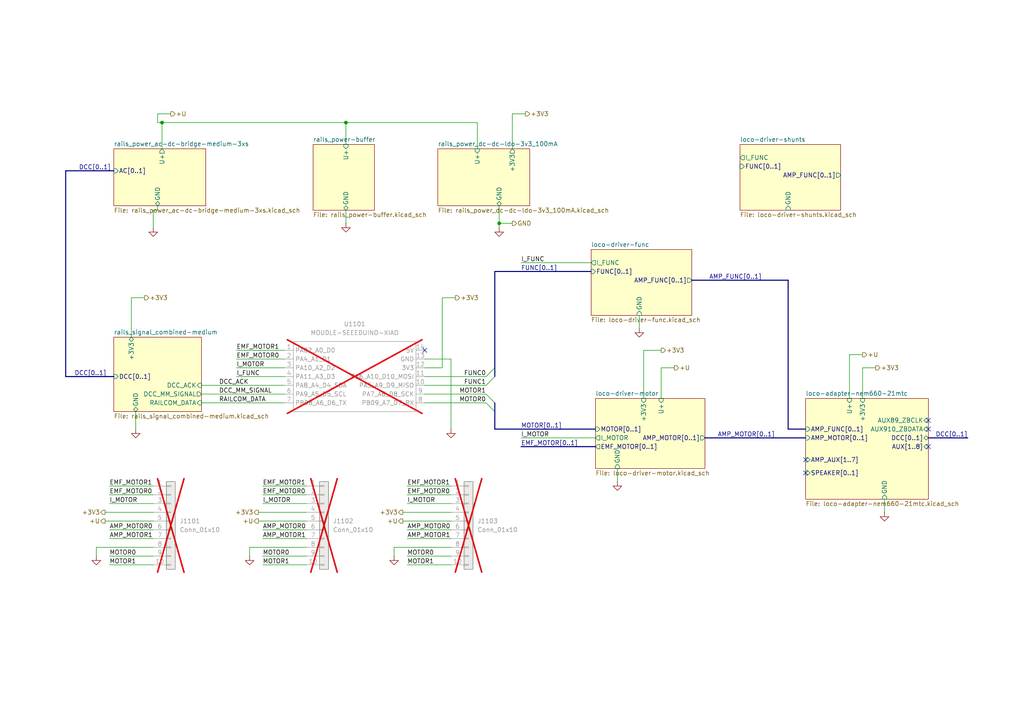
<source format=kicad_sch>
(kicad_sch
	(version 20231120)
	(generator "eeschema")
	(generator_version "8.0")
	(uuid "fb33ec4e-6596-45d2-a121-8d3475acd69a")
	(paper "A4")
	(title_block
		(title "xDuinoRail - RailcomDecoder - Development Kit \"Hermes\"")
		(date "2024-12-16")
		(rev "v0.1")
		(company "Chatelain Engineering, Bern - CH")
	)
	(lib_symbols
		(symbol "Connector_Generic:Conn_01x10"
			(pin_names
				(offset 1.016) hide)
			(exclude_from_sim no)
			(in_bom yes)
			(on_board yes)
			(property "Reference" "J"
				(at 0 12.7 0)
				(effects
					(font
						(size 1.27 1.27)
					)
				)
			)
			(property "Value" "Conn_01x10"
				(at 0 -15.24 0)
				(effects
					(font
						(size 1.27 1.27)
					)
				)
			)
			(property "Footprint" ""
				(at 0 0 0)
				(effects
					(font
						(size 1.27 1.27)
					)
					(hide yes)
				)
			)
			(property "Datasheet" "~"
				(at 0 0 0)
				(effects
					(font
						(size 1.27 1.27)
					)
					(hide yes)
				)
			)
			(property "Description" "Generic connector, single row, 01x10, script generated (kicad-library-utils/schlib/autogen/connector/)"
				(at 0 0 0)
				(effects
					(font
						(size 1.27 1.27)
					)
					(hide yes)
				)
			)
			(property "ki_keywords" "connector"
				(at 0 0 0)
				(effects
					(font
						(size 1.27 1.27)
					)
					(hide yes)
				)
			)
			(property "ki_fp_filters" "Connector*:*_1x??_*"
				(at 0 0 0)
				(effects
					(font
						(size 1.27 1.27)
					)
					(hide yes)
				)
			)
			(symbol "Conn_01x10_1_1"
				(rectangle
					(start -1.27 -12.573)
					(end 0 -12.827)
					(stroke
						(width 0.1524)
						(type default)
					)
					(fill
						(type none)
					)
				)
				(rectangle
					(start -1.27 -10.033)
					(end 0 -10.287)
					(stroke
						(width 0.1524)
						(type default)
					)
					(fill
						(type none)
					)
				)
				(rectangle
					(start -1.27 -7.493)
					(end 0 -7.747)
					(stroke
						(width 0.1524)
						(type default)
					)
					(fill
						(type none)
					)
				)
				(rectangle
					(start -1.27 -4.953)
					(end 0 -5.207)
					(stroke
						(width 0.1524)
						(type default)
					)
					(fill
						(type none)
					)
				)
				(rectangle
					(start -1.27 -2.413)
					(end 0 -2.667)
					(stroke
						(width 0.1524)
						(type default)
					)
					(fill
						(type none)
					)
				)
				(rectangle
					(start -1.27 0.127)
					(end 0 -0.127)
					(stroke
						(width 0.1524)
						(type default)
					)
					(fill
						(type none)
					)
				)
				(rectangle
					(start -1.27 2.667)
					(end 0 2.413)
					(stroke
						(width 0.1524)
						(type default)
					)
					(fill
						(type none)
					)
				)
				(rectangle
					(start -1.27 5.207)
					(end 0 4.953)
					(stroke
						(width 0.1524)
						(type default)
					)
					(fill
						(type none)
					)
				)
				(rectangle
					(start -1.27 7.747)
					(end 0 7.493)
					(stroke
						(width 0.1524)
						(type default)
					)
					(fill
						(type none)
					)
				)
				(rectangle
					(start -1.27 10.287)
					(end 0 10.033)
					(stroke
						(width 0.1524)
						(type default)
					)
					(fill
						(type none)
					)
				)
				(rectangle
					(start -1.27 11.43)
					(end 1.27 -13.97)
					(stroke
						(width 0.254)
						(type default)
					)
					(fill
						(type background)
					)
				)
				(pin passive line
					(at -5.08 10.16 0)
					(length 3.81)
					(name "Pin_1"
						(effects
							(font
								(size 1.27 1.27)
							)
						)
					)
					(number "1"
						(effects
							(font
								(size 1.27 1.27)
							)
						)
					)
				)
				(pin passive line
					(at -5.08 -12.7 0)
					(length 3.81)
					(name "Pin_10"
						(effects
							(font
								(size 1.27 1.27)
							)
						)
					)
					(number "10"
						(effects
							(font
								(size 1.27 1.27)
							)
						)
					)
				)
				(pin passive line
					(at -5.08 7.62 0)
					(length 3.81)
					(name "Pin_2"
						(effects
							(font
								(size 1.27 1.27)
							)
						)
					)
					(number "2"
						(effects
							(font
								(size 1.27 1.27)
							)
						)
					)
				)
				(pin passive line
					(at -5.08 5.08 0)
					(length 3.81)
					(name "Pin_3"
						(effects
							(font
								(size 1.27 1.27)
							)
						)
					)
					(number "3"
						(effects
							(font
								(size 1.27 1.27)
							)
						)
					)
				)
				(pin passive line
					(at -5.08 2.54 0)
					(length 3.81)
					(name "Pin_4"
						(effects
							(font
								(size 1.27 1.27)
							)
						)
					)
					(number "4"
						(effects
							(font
								(size 1.27 1.27)
							)
						)
					)
				)
				(pin passive line
					(at -5.08 0 0)
					(length 3.81)
					(name "Pin_5"
						(effects
							(font
								(size 1.27 1.27)
							)
						)
					)
					(number "5"
						(effects
							(font
								(size 1.27 1.27)
							)
						)
					)
				)
				(pin passive line
					(at -5.08 -2.54 0)
					(length 3.81)
					(name "Pin_6"
						(effects
							(font
								(size 1.27 1.27)
							)
						)
					)
					(number "6"
						(effects
							(font
								(size 1.27 1.27)
							)
						)
					)
				)
				(pin passive line
					(at -5.08 -5.08 0)
					(length 3.81)
					(name "Pin_7"
						(effects
							(font
								(size 1.27 1.27)
							)
						)
					)
					(number "7"
						(effects
							(font
								(size 1.27 1.27)
							)
						)
					)
				)
				(pin passive line
					(at -5.08 -7.62 0)
					(length 3.81)
					(name "Pin_8"
						(effects
							(font
								(size 1.27 1.27)
							)
						)
					)
					(number "8"
						(effects
							(font
								(size 1.27 1.27)
							)
						)
					)
				)
				(pin passive line
					(at -5.08 -10.16 0)
					(length 3.81)
					(name "Pin_9"
						(effects
							(font
								(size 1.27 1.27)
							)
						)
					)
					(number "9"
						(effects
							(font
								(size 1.27 1.27)
							)
						)
					)
				)
			)
		)
		(symbol "Seeeduino-Xiao:MOUDLE-SEEEDUINO-XIAO"
			(exclude_from_sim no)
			(in_bom yes)
			(on_board yes)
			(property "Reference" "U"
				(at -16.51 11.43 0)
				(effects
					(font
						(size 1.27 1.27)
					)
				)
			)
			(property "Value" "MOUDLE-SEEEDUINO-XIAO"
				(at -3.81 -11.43 0)
				(effects
					(font
						(size 1.27 1.27)
					)
				)
			)
			(property "Footprint" ""
				(at -16.51 2.54 0)
				(effects
					(font
						(size 1.27 1.27)
					)
					(hide yes)
				)
			)
			(property "Datasheet" ""
				(at -16.51 2.54 0)
				(effects
					(font
						(size 1.27 1.27)
					)
					(hide yes)
				)
			)
			(property "Description" ""
				(at 0 0 0)
				(effects
					(font
						(size 1.27 1.27)
					)
					(hide yes)
				)
			)
			(symbol "MOUDLE-SEEEDUINO-XIAO_0_1"
				(rectangle
					(start -16.51 10.16)
					(end 19.05 -10.16)
					(stroke
						(width 0)
						(type default)
					)
					(fill
						(type none)
					)
				)
			)
			(symbol "MOUDLE-SEEEDUINO-XIAO_1_1"
				(pin passive line
					(at -19.05 7.62 0)
					(length 2.54)
					(name "PA02_A0_D0"
						(effects
							(font
								(size 1.27 1.27)
							)
						)
					)
					(number "1"
						(effects
							(font
								(size 1.27 1.27)
							)
						)
					)
				)
				(pin passive line
					(at 21.59 -2.54 180)
					(length 2.54)
					(name "PA5_A9_D9_MISO"
						(effects
							(font
								(size 1.27 1.27)
							)
						)
					)
					(number "10"
						(effects
							(font
								(size 1.27 1.27)
							)
						)
					)
				)
				(pin passive line
					(at 21.59 0 180)
					(length 2.54)
					(name "PA6_A10_D10_MOSI"
						(effects
							(font
								(size 1.27 1.27)
							)
						)
					)
					(number "11"
						(effects
							(font
								(size 1.27 1.27)
							)
						)
					)
				)
				(pin passive line
					(at 21.59 2.54 180)
					(length 2.54)
					(name "3V3"
						(effects
							(font
								(size 1.27 1.27)
							)
						)
					)
					(number "12"
						(effects
							(font
								(size 1.27 1.27)
							)
						)
					)
				)
				(pin passive line
					(at 21.59 5.08 180)
					(length 2.54)
					(name "GND"
						(effects
							(font
								(size 1.27 1.27)
							)
						)
					)
					(number "13"
						(effects
							(font
								(size 1.27 1.27)
							)
						)
					)
				)
				(pin passive line
					(at 21.59 7.62 180)
					(length 2.54)
					(name "5V"
						(effects
							(font
								(size 1.27 1.27)
							)
						)
					)
					(number "14"
						(effects
							(font
								(size 1.27 1.27)
							)
						)
					)
				)
				(pin passive line
					(at -19.05 5.08 0)
					(length 2.54)
					(name "PA4_A1_D1"
						(effects
							(font
								(size 1.27 1.27)
							)
						)
					)
					(number "2"
						(effects
							(font
								(size 1.27 1.27)
							)
						)
					)
				)
				(pin passive line
					(at -19.05 2.54 0)
					(length 2.54)
					(name "PA10_A2_D2"
						(effects
							(font
								(size 1.27 1.27)
							)
						)
					)
					(number "3"
						(effects
							(font
								(size 1.27 1.27)
							)
						)
					)
				)
				(pin passive line
					(at -19.05 0 0)
					(length 2.54)
					(name "PA11_A3_D3"
						(effects
							(font
								(size 1.27 1.27)
							)
						)
					)
					(number "4"
						(effects
							(font
								(size 1.27 1.27)
							)
						)
					)
				)
				(pin passive line
					(at -19.05 -2.54 0)
					(length 2.54)
					(name "PA8_A4_D4_SDA"
						(effects
							(font
								(size 1.27 1.27)
							)
						)
					)
					(number "5"
						(effects
							(font
								(size 1.27 1.27)
							)
						)
					)
				)
				(pin passive line
					(at -19.05 -5.08 0)
					(length 2.54)
					(name "PA9_A5_D5_SCL"
						(effects
							(font
								(size 1.27 1.27)
							)
						)
					)
					(number "6"
						(effects
							(font
								(size 1.27 1.27)
							)
						)
					)
				)
				(pin passive line
					(at -19.05 -7.62 0)
					(length 2.54)
					(name "PB08_A6_D6_TX"
						(effects
							(font
								(size 1.27 1.27)
							)
						)
					)
					(number "7"
						(effects
							(font
								(size 1.27 1.27)
							)
						)
					)
				)
				(pin passive line
					(at 21.59 -7.62 180)
					(length 2.54)
					(name "PB09_A7_D7_RX"
						(effects
							(font
								(size 1.27 1.27)
							)
						)
					)
					(number "8"
						(effects
							(font
								(size 1.27 1.27)
							)
						)
					)
				)
				(pin passive line
					(at 21.59 -5.08 180)
					(length 2.54)
					(name "PA7_A8_D8_SCK"
						(effects
							(font
								(size 1.27 1.27)
							)
						)
					)
					(number "9"
						(effects
							(font
								(size 1.27 1.27)
							)
						)
					)
				)
			)
		)
		(symbol "power:GND"
			(power)
			(pin_numbers hide)
			(pin_names
				(offset 0) hide)
			(exclude_from_sim no)
			(in_bom yes)
			(on_board yes)
			(property "Reference" "#PWR"
				(at 0 -6.35 0)
				(effects
					(font
						(size 1.27 1.27)
					)
					(hide yes)
				)
			)
			(property "Value" "GND"
				(at 0 -3.81 0)
				(effects
					(font
						(size 1.27 1.27)
					)
				)
			)
			(property "Footprint" ""
				(at 0 0 0)
				(effects
					(font
						(size 1.27 1.27)
					)
					(hide yes)
				)
			)
			(property "Datasheet" ""
				(at 0 0 0)
				(effects
					(font
						(size 1.27 1.27)
					)
					(hide yes)
				)
			)
			(property "Description" "Power symbol creates a global label with name \"GND\" , ground"
				(at 0 0 0)
				(effects
					(font
						(size 1.27 1.27)
					)
					(hide yes)
				)
			)
			(property "ki_keywords" "global power"
				(at 0 0 0)
				(effects
					(font
						(size 1.27 1.27)
					)
					(hide yes)
				)
			)
			(symbol "GND_0_1"
				(polyline
					(pts
						(xy 0 0) (xy 0 -1.27) (xy 1.27 -1.27) (xy 0 -2.54) (xy -1.27 -1.27) (xy 0 -1.27)
					)
					(stroke
						(width 0)
						(type default)
					)
					(fill
						(type none)
					)
				)
			)
			(symbol "GND_1_1"
				(pin power_in line
					(at 0 0 270)
					(length 0)
					(name "~"
						(effects
							(font
								(size 1.27 1.27)
							)
						)
					)
					(number "1"
						(effects
							(font
								(size 1.27 1.27)
							)
						)
					)
				)
			)
		)
	)
	(junction
		(at 144.78 64.77)
		(diameter 0)
		(color 0 0 0 0)
		(uuid "03cb3d72-e7f7-4f9d-afd7-d5ac17a62430")
	)
	(junction
		(at 100.33 35.56)
		(diameter 0)
		(color 0 0 0 0)
		(uuid "81eca67a-7715-48e6-8f7a-3a3423ac7302")
	)
	(junction
		(at 46.99 35.56)
		(diameter 0)
		(color 0 0 0 0)
		(uuid "a00dc6e8-2705-4d00-9659-51364b6bddb1")
	)
	(no_connect
		(at 269.24 124.46)
		(uuid "5e24bd05-dbba-473f-9873-856a941260fb")
	)
	(no_connect
		(at 233.68 137.16)
		(uuid "685b85f4-abd9-42ba-8bc6-79245acddb1c")
	)
	(no_connect
		(at 269.24 129.54)
		(uuid "9de9bee6-af86-4bb8-89e1-4e6e2052962c")
	)
	(no_connect
		(at 123.19 101.6)
		(uuid "9e6b625f-7364-4272-8f9a-e62ca058572e")
	)
	(no_connect
		(at 269.24 121.92)
		(uuid "a228adad-8f1c-476b-88ca-c5d87fcb90a0")
	)
	(no_connect
		(at 233.68 133.35)
		(uuid "d3516326-d189-495c-b48f-d5954edf9fd7")
	)
	(bus_entry
		(at 140.97 111.76)
		(size 2.54 -2.54)
		(stroke
			(width 0)
			(type default)
		)
		(uuid "57ca98dc-4922-41ca-8ed6-e86c7c907de0")
	)
	(bus_entry
		(at 140.97 116.84)
		(size 2.54 2.54)
		(stroke
			(width 0)
			(type default)
		)
		(uuid "970e247e-676c-4d83-92a0-c9f6c54143d7")
	)
	(bus_entry
		(at 140.97 114.3)
		(size 2.54 2.54)
		(stroke
			(width 0)
			(type default)
		)
		(uuid "9e4e6ede-d8b3-4aaa-856e-253e60c6f4b2")
	)
	(bus_entry
		(at 140.97 109.22)
		(size 2.54 -2.54)
		(stroke
			(width 0)
			(type default)
		)
		(uuid "b829c014-74a8-4337-91bf-5a6d1b6111d3")
	)
	(wire
		(pts
			(xy 250.19 106.68) (xy 250.19 115.57)
		)
		(stroke
			(width 0)
			(type default)
		)
		(uuid "051f5095-cf2f-4631-84eb-d4664c03d920")
	)
	(wire
		(pts
			(xy 151.13 76.2) (xy 171.45 76.2)
		)
		(stroke
			(width 0)
			(type default)
		)
		(uuid "06494082-c605-4287-ba92-2962ce98a7c3")
	)
	(wire
		(pts
			(xy 185.42 91.44) (xy 185.42 95.25)
		)
		(stroke
			(width 0)
			(type default)
		)
		(uuid "084eea27-4b40-4d34-8c80-8a8939f6439f")
	)
	(bus
		(pts
			(xy 228.6 124.46) (xy 228.6 81.28)
		)
		(stroke
			(width 0)
			(type default)
		)
		(uuid "09011095-4e5a-44a7-b103-7727d7b79b4f")
	)
	(wire
		(pts
			(xy 100.33 35.56) (xy 138.43 35.56)
		)
		(stroke
			(width 0)
			(type default)
		)
		(uuid "0a4f9797-11d5-403e-ab50-a13de15ed125")
	)
	(bus
		(pts
			(xy 233.68 124.46) (xy 228.6 124.46)
		)
		(stroke
			(width 0)
			(type default)
		)
		(uuid "0c06be48-bd8f-4a88-8798-c1882483fe08")
	)
	(wire
		(pts
			(xy 45.72 33.02) (xy 45.72 35.56)
		)
		(stroke
			(width 0)
			(type default)
		)
		(uuid "0e8f0e32-22e6-40a5-ab79-23194aa7abdf")
	)
	(wire
		(pts
			(xy 130.81 104.14) (xy 123.19 104.14)
		)
		(stroke
			(width 0)
			(type default)
		)
		(uuid "10cdd421-de57-4563-a899-80e258873f92")
	)
	(wire
		(pts
			(xy 49.53 33.02) (xy 45.72 33.02)
		)
		(stroke
			(width 0)
			(type default)
		)
		(uuid "11065c80-4a34-4cc7-ada5-bcc907a6f633")
	)
	(wire
		(pts
			(xy 144.78 64.77) (xy 144.78 66.04)
		)
		(stroke
			(width 0)
			(type default)
		)
		(uuid "1640299c-79d2-47f1-b630-a9b4f3a304ca")
	)
	(bus
		(pts
			(xy 143.51 106.68) (xy 143.51 78.74)
		)
		(stroke
			(width 0)
			(type default)
		)
		(uuid "1a5e617d-b1de-4fb1-91b1-1094082cff0f")
	)
	(bus
		(pts
			(xy 143.51 109.22) (xy 143.51 106.68)
		)
		(stroke
			(width 0)
			(type default)
		)
		(uuid "1c3bdcee-367a-4da7-b3e9-73ea84abcf4d")
	)
	(wire
		(pts
			(xy 179.07 135.89) (xy 179.07 139.7)
		)
		(stroke
			(width 0)
			(type default)
		)
		(uuid "20304231-80be-4599-8b67-01bbf0293200")
	)
	(wire
		(pts
			(xy 172.72 127) (xy 151.13 127)
		)
		(stroke
			(width 0)
			(type default)
		)
		(uuid "242f856a-c6d8-45d7-853d-5ce84ac9fda5")
	)
	(wire
		(pts
			(xy 45.72 60.96) (xy 45.72 59.69)
		)
		(stroke
			(width 0)
			(type default)
		)
		(uuid "246cd66d-50dd-41dd-8c99-0f3019632cb2")
	)
	(wire
		(pts
			(xy 130.81 143.51) (xy 118.11 143.51)
		)
		(stroke
			(width 0)
			(type default)
		)
		(uuid "258369cf-60ec-484b-9152-49dea0474b06")
	)
	(wire
		(pts
			(xy 130.81 161.29) (xy 118.11 161.29)
		)
		(stroke
			(width 0)
			(type default)
		)
		(uuid "2974ade9-2fe0-4f5e-b367-30f7933b6fa6")
	)
	(wire
		(pts
			(xy 31.75 146.05) (xy 44.45 146.05)
		)
		(stroke
			(width 0)
			(type default)
		)
		(uuid "2b3efd36-94b3-48cd-aa76-c7f89cc24745")
	)
	(wire
		(pts
			(xy 246.38 102.87) (xy 246.38 115.57)
		)
		(stroke
			(width 0)
			(type default)
		)
		(uuid "2d2f570f-d985-4df1-b100-f3cffaef12c4")
	)
	(bus
		(pts
			(xy 143.51 78.74) (xy 171.45 78.74)
		)
		(stroke
			(width 0)
			(type default)
		)
		(uuid "3245d2a3-de5b-48e8-a9b4-ca1df216e537")
	)
	(wire
		(pts
			(xy 140.97 109.22) (xy 123.19 109.22)
		)
		(stroke
			(width 0)
			(type default)
		)
		(uuid "35dacea5-534c-4e87-9031-076f1b37cc3f")
	)
	(wire
		(pts
			(xy 88.9 143.51) (xy 76.2 143.51)
		)
		(stroke
			(width 0)
			(type default)
		)
		(uuid "3680cba2-abdf-49bc-8227-3f3afab4747b")
	)
	(wire
		(pts
			(xy 118.11 140.97) (xy 130.81 140.97)
		)
		(stroke
			(width 0)
			(type default)
		)
		(uuid "38779d94-42af-4e4d-96ef-6ecf76220a11")
	)
	(bus
		(pts
			(xy 19.05 49.53) (xy 19.05 109.22)
		)
		(stroke
			(width 0)
			(type default)
		)
		(uuid "3a983569-b37c-4943-a42a-ccaa98069766")
	)
	(wire
		(pts
			(xy 148.59 33.02) (xy 152.4 33.02)
		)
		(stroke
			(width 0)
			(type default)
		)
		(uuid "3ea1aea7-7984-4ac1-9397-766ae2151c04")
	)
	(wire
		(pts
			(xy 88.9 153.67) (xy 76.2 153.67)
		)
		(stroke
			(width 0)
			(type default)
		)
		(uuid "46c8d65c-b0a3-4da1-af20-92ef2f33ebbb")
	)
	(wire
		(pts
			(xy 68.58 106.68) (xy 82.55 106.68)
		)
		(stroke
			(width 0)
			(type default)
		)
		(uuid "47fa1c5b-66ce-4fbc-8b89-913a26fde43a")
	)
	(wire
		(pts
			(xy 76.2 156.21) (xy 88.9 156.21)
		)
		(stroke
			(width 0)
			(type default)
		)
		(uuid "4c9f3788-5318-489c-b84d-ee20297adfa6")
	)
	(wire
		(pts
			(xy 46.99 35.56) (xy 46.99 43.18)
		)
		(stroke
			(width 0)
			(type default)
		)
		(uuid "4cb47f77-5246-415c-8656-fb46f6a278e2")
	)
	(wire
		(pts
			(xy 256.54 144.78) (xy 256.54 148.59)
		)
		(stroke
			(width 0)
			(type default)
		)
		(uuid "4eb736fe-4fa1-4b4a-b3f6-7410d187b161")
	)
	(wire
		(pts
			(xy 148.59 64.77) (xy 144.78 64.77)
		)
		(stroke
			(width 0)
			(type default)
		)
		(uuid "5311f26b-5b41-4d7f-b5d3-095de953cac5")
	)
	(wire
		(pts
			(xy 72.39 161.29) (xy 72.39 158.75)
		)
		(stroke
			(width 0)
			(type default)
		)
		(uuid "53a8c1b0-fc8e-48df-a5df-2ee499f88843")
	)
	(wire
		(pts
			(xy 27.94 161.29) (xy 27.94 158.75)
		)
		(stroke
			(width 0)
			(type default)
		)
		(uuid "589e45d2-6a7b-4a39-ae7f-e2cbe4d9be7d")
	)
	(wire
		(pts
			(xy 58.42 114.3) (xy 82.55 114.3)
		)
		(stroke
			(width 0)
			(type default)
		)
		(uuid "5a6861ef-3a0f-4b39-bf2c-59bc5a5c0898")
	)
	(wire
		(pts
			(xy 30.48 151.13) (xy 44.45 151.13)
		)
		(stroke
			(width 0)
			(type default)
		)
		(uuid "5ac00aed-938b-4263-840e-a1ee88cc8e4b")
	)
	(wire
		(pts
			(xy 44.45 143.51) (xy 31.75 143.51)
		)
		(stroke
			(width 0)
			(type default)
		)
		(uuid "64326803-cb7d-4519-8ac5-0250dce7fe6f")
	)
	(wire
		(pts
			(xy 31.75 156.21) (xy 44.45 156.21)
		)
		(stroke
			(width 0)
			(type default)
		)
		(uuid "6c473543-1657-4afe-bedc-ebabb1b3f665")
	)
	(wire
		(pts
			(xy 118.11 156.21) (xy 130.81 156.21)
		)
		(stroke
			(width 0)
			(type default)
		)
		(uuid "6c614bf9-2983-4a57-aa8a-268704560c54")
	)
	(wire
		(pts
			(xy 31.75 140.97) (xy 44.45 140.97)
		)
		(stroke
			(width 0)
			(type default)
		)
		(uuid "6d621164-eb6c-4b2f-ad62-efb23fadeb23")
	)
	(wire
		(pts
			(xy 76.2 140.97) (xy 88.9 140.97)
		)
		(stroke
			(width 0)
			(type default)
		)
		(uuid "706269e3-9043-4bdc-82ef-69c258848a09")
	)
	(wire
		(pts
			(xy 74.93 148.59) (xy 88.9 148.59)
		)
		(stroke
			(width 0)
			(type default)
		)
		(uuid "7302e577-4856-45fd-b394-3ba3c2d6b052")
	)
	(bus
		(pts
			(xy 151.13 129.54) (xy 172.72 129.54)
		)
		(stroke
			(width 0)
			(type default)
		)
		(uuid "73f0cf84-a729-4bd7-a53e-950b1b773001")
	)
	(wire
		(pts
			(xy 118.11 146.05) (xy 130.81 146.05)
		)
		(stroke
			(width 0)
			(type default)
		)
		(uuid "75396227-b07f-4eda-871d-4a803246e2d8")
	)
	(wire
		(pts
			(xy 46.99 35.56) (xy 100.33 35.56)
		)
		(stroke
			(width 0)
			(type default)
		)
		(uuid "76a3f82d-2f24-4e03-9745-3aba5730e64a")
	)
	(wire
		(pts
			(xy 123.19 116.84) (xy 140.97 116.84)
		)
		(stroke
			(width 0)
			(type default)
		)
		(uuid "7ceb074a-566f-4992-8464-a76b210528fb")
	)
	(wire
		(pts
			(xy 195.58 106.68) (xy 191.77 106.68)
		)
		(stroke
			(width 0)
			(type default)
		)
		(uuid "7ecf75a9-2231-4528-be06-a31cc7c54634")
	)
	(wire
		(pts
			(xy 254 106.68) (xy 250.19 106.68)
		)
		(stroke
			(width 0)
			(type default)
		)
		(uuid "8167276f-f864-4ca8-913f-971be874792c")
	)
	(bus
		(pts
			(xy 19.05 49.53) (xy 33.02 49.53)
		)
		(stroke
			(width 0)
			(type default)
		)
		(uuid "8464c174-482b-4313-bea1-05cbbdb15944")
	)
	(wire
		(pts
			(xy 44.45 163.83) (xy 31.75 163.83)
		)
		(stroke
			(width 0)
			(type default)
		)
		(uuid "846de012-5e90-4eb4-959d-53da96d688de")
	)
	(wire
		(pts
			(xy 82.55 104.14) (xy 68.58 104.14)
		)
		(stroke
			(width 0)
			(type default)
		)
		(uuid "8abaa293-8327-4cb8-b549-34c1b8f9a5b8")
	)
	(wire
		(pts
			(xy 58.42 111.76) (xy 82.55 111.76)
		)
		(stroke
			(width 0)
			(type default)
		)
		(uuid "920c872e-9b31-4761-92c9-e2b402a0ac1a")
	)
	(wire
		(pts
			(xy 72.39 158.75) (xy 88.9 158.75)
		)
		(stroke
			(width 0)
			(type default)
		)
		(uuid "9588e14d-cc6e-4c81-9404-33eb4be697de")
	)
	(wire
		(pts
			(xy 138.43 35.56) (xy 138.43 43.18)
		)
		(stroke
			(width 0)
			(type default)
		)
		(uuid "97521b3b-5dc4-48f6-a3fd-474fbafaae42")
	)
	(wire
		(pts
			(xy 123.19 114.3) (xy 140.97 114.3)
		)
		(stroke
			(width 0)
			(type default)
		)
		(uuid "9d3efcd3-2330-4fc0-a3b7-e6e1a0cd5ac9")
	)
	(wire
		(pts
			(xy 130.81 104.14) (xy 130.81 124.46)
		)
		(stroke
			(width 0)
			(type default)
		)
		(uuid "9e086785-cfcd-4818-99f4-76e27b726b6a")
	)
	(wire
		(pts
			(xy 76.2 146.05) (xy 88.9 146.05)
		)
		(stroke
			(width 0)
			(type default)
		)
		(uuid "a09eb77b-824d-4f5a-80e1-6cea58b59063")
	)
	(wire
		(pts
			(xy 250.19 102.87) (xy 246.38 102.87)
		)
		(stroke
			(width 0)
			(type default)
		)
		(uuid "a0cb69fb-b1b8-4d3f-a7a9-b6db22d64a46")
	)
	(wire
		(pts
			(xy 116.84 151.13) (xy 130.81 151.13)
		)
		(stroke
			(width 0)
			(type default)
		)
		(uuid "a147412c-6db6-4e86-a2d9-d4e87eaa4d34")
	)
	(wire
		(pts
			(xy 82.55 101.6) (xy 68.58 101.6)
		)
		(stroke
			(width 0)
			(type default)
		)
		(uuid "a4b42c74-95a0-4e0e-9598-a532b954138f")
	)
	(wire
		(pts
			(xy 41.91 86.36) (xy 38.1 86.36)
		)
		(stroke
			(width 0)
			(type default)
		)
		(uuid "a4d2cab4-02f8-447c-bc48-8a87b4279855")
	)
	(bus
		(pts
			(xy 143.51 124.46) (xy 172.72 124.46)
		)
		(stroke
			(width 0)
			(type default)
		)
		(uuid "a5bac78f-8d8e-437f-a69e-61109adcea32")
	)
	(bus
		(pts
			(xy 280.67 127) (xy 269.24 127)
		)
		(stroke
			(width 0)
			(type default)
		)
		(uuid "a8778d71-bd59-4ff5-94f7-ffaed0a893c0")
	)
	(wire
		(pts
			(xy 44.45 60.96) (xy 44.45 66.04)
		)
		(stroke
			(width 0)
			(type default)
		)
		(uuid "a91a0ecf-918a-43cf-96aa-0cf004d92f45")
	)
	(wire
		(pts
			(xy 186.69 101.6) (xy 186.69 115.57)
		)
		(stroke
			(width 0)
			(type default)
		)
		(uuid "a9a40b65-3968-4dbd-8b32-f35ba13ad68a")
	)
	(wire
		(pts
			(xy 100.33 64.77) (xy 100.33 60.96)
		)
		(stroke
			(width 0)
			(type default)
		)
		(uuid "acea8535-f92c-469f-9861-dacafd4485e4")
	)
	(wire
		(pts
			(xy 74.93 151.13) (xy 88.9 151.13)
		)
		(stroke
			(width 0)
			(type default)
		)
		(uuid "b1de5112-e461-4c5e-bc60-d3cc9ce0048e")
	)
	(wire
		(pts
			(xy 132.08 86.36) (xy 128.27 86.36)
		)
		(stroke
			(width 0)
			(type default)
		)
		(uuid "b55ad87f-1595-47e4-aa87-d3682a8d3297")
	)
	(wire
		(pts
			(xy 44.45 153.67) (xy 31.75 153.67)
		)
		(stroke
			(width 0)
			(type default)
		)
		(uuid "b5cf0392-26bf-4f8a-94e0-e8ac863f063f")
	)
	(bus
		(pts
			(xy 19.05 109.22) (xy 33.02 109.22)
		)
		(stroke
			(width 0)
			(type default)
		)
		(uuid "ba5813bd-46c2-444e-9692-b72aad552ff8")
	)
	(wire
		(pts
			(xy 39.37 119.38) (xy 39.37 124.46)
		)
		(stroke
			(width 0)
			(type default)
		)
		(uuid "bd3ba756-47bb-4ee7-b171-a90796e47179")
	)
	(bus
		(pts
			(xy 200.66 81.28) (xy 228.6 81.28)
		)
		(stroke
			(width 0)
			(type default)
		)
		(uuid "be00532f-99a2-4c01-a48e-b834bbd69824")
	)
	(wire
		(pts
			(xy 58.42 116.84) (xy 82.55 116.84)
		)
		(stroke
			(width 0)
			(type default)
		)
		(uuid "c0d2d010-1fab-407c-8241-dffc829fbf7b")
	)
	(wire
		(pts
			(xy 128.27 86.36) (xy 128.27 106.68)
		)
		(stroke
			(width 0)
			(type default)
		)
		(uuid "c82f6978-cc81-4692-8956-bafdf862882e")
	)
	(wire
		(pts
			(xy 114.3 158.75) (xy 130.81 158.75)
		)
		(stroke
			(width 0)
			(type default)
		)
		(uuid "c9fb254a-390b-41e3-91a1-da8d45d2296b")
	)
	(wire
		(pts
			(xy 38.1 86.36) (xy 38.1 97.79)
		)
		(stroke
			(width 0)
			(type default)
		)
		(uuid "cd6c9e2f-a38b-4b34-8163-f454b816bf79")
	)
	(wire
		(pts
			(xy 100.33 35.56) (xy 100.33 41.91)
		)
		(stroke
			(width 0)
			(type default)
		)
		(uuid "d32f9078-2759-4a9e-8ae5-31bb4be648ec")
	)
	(wire
		(pts
			(xy 130.81 163.83) (xy 118.11 163.83)
		)
		(stroke
			(width 0)
			(type default)
		)
		(uuid "d4385120-f4fb-4e87-a1a4-917628e28280")
	)
	(bus
		(pts
			(xy 143.51 116.84) (xy 143.51 119.38)
		)
		(stroke
			(width 0)
			(type default)
		)
		(uuid "d7110aef-8d87-43c6-8706-1880baa19acb")
	)
	(bus
		(pts
			(xy 143.51 119.38) (xy 143.51 124.46)
		)
		(stroke
			(width 0)
			(type default)
		)
		(uuid "d86451ad-9b7c-4e44-8d9c-0c526074119a")
	)
	(wire
		(pts
			(xy 191.77 101.6) (xy 186.69 101.6)
		)
		(stroke
			(width 0)
			(type default)
		)
		(uuid "d88cb17c-9bb3-457b-a7b9-529293c0912d")
	)
	(wire
		(pts
			(xy 88.9 163.83) (xy 76.2 163.83)
		)
		(stroke
			(width 0)
			(type default)
		)
		(uuid "d95650a8-05ad-4e61-b254-07f29c4b929c")
	)
	(wire
		(pts
			(xy 191.77 106.68) (xy 191.77 115.57)
		)
		(stroke
			(width 0)
			(type default)
		)
		(uuid "ded69252-5918-4bbf-97ee-1c8021876e48")
	)
	(wire
		(pts
			(xy 27.94 158.75) (xy 44.45 158.75)
		)
		(stroke
			(width 0)
			(type default)
		)
		(uuid "df0e07b7-bb29-4e19-91d0-adc04cd324d7")
	)
	(bus
		(pts
			(xy 204.47 127) (xy 233.68 127)
		)
		(stroke
			(width 0)
			(type default)
		)
		(uuid "e06ff3b4-14d1-4a2f-a0dc-1f42aeef387d")
	)
	(wire
		(pts
			(xy 144.78 59.69) (xy 144.78 64.77)
		)
		(stroke
			(width 0)
			(type default)
		)
		(uuid "e3d30e35-b023-4870-a946-a26c896dd44d")
	)
	(wire
		(pts
			(xy 114.3 161.29) (xy 114.3 158.75)
		)
		(stroke
			(width 0)
			(type default)
		)
		(uuid "e585c7ac-8c24-4c64-a058-680e88c95fdd")
	)
	(wire
		(pts
			(xy 46.99 35.56) (xy 45.72 35.56)
		)
		(stroke
			(width 0)
			(type default)
		)
		(uuid "e6c4629e-db13-4167-84b4-35472e51ab11")
	)
	(wire
		(pts
			(xy 44.45 161.29) (xy 31.75 161.29)
		)
		(stroke
			(width 0)
			(type default)
		)
		(uuid "e9b56b56-e6fa-4422-84b3-5b67ba17af5d")
	)
	(wire
		(pts
			(xy 148.59 33.02) (xy 148.59 43.18)
		)
		(stroke
			(width 0)
			(type default)
		)
		(uuid "f0469cbb-b55b-4dd3-b24e-382ad3d57704")
	)
	(wire
		(pts
			(xy 30.48 148.59) (xy 44.45 148.59)
		)
		(stroke
			(width 0)
			(type default)
		)
		(uuid "f2f26da4-28ea-4b46-b2ec-6a890ae5320c")
	)
	(wire
		(pts
			(xy 130.81 153.67) (xy 118.11 153.67)
		)
		(stroke
			(width 0)
			(type default)
		)
		(uuid "f4e61ccc-49bf-4074-b168-3d0f02fc3ba2")
	)
	(wire
		(pts
			(xy 116.84 148.59) (xy 130.81 148.59)
		)
		(stroke
			(width 0)
			(type default)
		)
		(uuid "f8c2ba4a-b32c-485c-9f15-031da12ed590")
	)
	(wire
		(pts
			(xy 128.27 106.68) (xy 123.19 106.68)
		)
		(stroke
			(width 0)
			(type default)
		)
		(uuid "f8fab929-2885-4077-85e4-6db0e73f6f07")
	)
	(wire
		(pts
			(xy 140.97 111.76) (xy 123.19 111.76)
		)
		(stroke
			(width 0)
			(type default)
		)
		(uuid "f91cea9b-2980-4c93-aedd-d27e25786a95")
	)
	(wire
		(pts
			(xy 88.9 161.29) (xy 76.2 161.29)
		)
		(stroke
			(width 0)
			(type default)
		)
		(uuid "fdb88739-9723-41e3-8286-b7bd3652162d")
	)
	(wire
		(pts
			(xy 45.72 60.96) (xy 44.45 60.96)
		)
		(stroke
			(width 0)
			(type default)
		)
		(uuid "feb65581-4178-4fe6-846d-d93c3a1a8f49")
	)
	(wire
		(pts
			(xy 68.58 109.22) (xy 82.55 109.22)
		)
		(stroke
			(width 0)
			(type default)
		)
		(uuid "fff87d46-fd2c-4cf7-9669-9137c95cb9b5")
	)
	(label "MOTOR0"
		(at 140.97 116.84 180)
		(effects
			(font
				(size 1.27 1.27)
			)
			(justify right bottom)
		)
		(uuid "05a86542-cdfb-42e8-b30c-5667e74d7c57")
	)
	(label "EMF_MOTOR1"
		(at 31.75 140.97 0)
		(effects
			(font
				(size 1.27 1.27)
			)
			(justify left bottom)
		)
		(uuid "06c3d082-793b-4f53-aebc-b860566d6b86")
	)
	(label "MOTOR1"
		(at 118.11 163.83 0)
		(effects
			(font
				(size 1.27 1.27)
			)
			(justify left bottom)
		)
		(uuid "0ad356bf-90b4-4e5a-8b8a-08a93a25ab55")
	)
	(label "EMF_MOTOR0"
		(at 118.11 143.51 0)
		(effects
			(font
				(size 1.27 1.27)
			)
			(justify left bottom)
		)
		(uuid "0ca338bd-07df-40dd-896e-07c5aeef2e1c")
	)
	(label "DCC_MM_SIGNAL"
		(at 63.5 114.3 0)
		(effects
			(font
				(size 1.27 1.27)
			)
			(justify left bottom)
		)
		(uuid "10fec8c0-740f-4b95-8350-272bd70b8e4c")
	)
	(label "I_FUNC"
		(at 68.58 109.22 0)
		(effects
			(font
				(size 1.27 1.27)
			)
			(justify left bottom)
		)
		(uuid "12e4dc70-ab2f-4e65-b82a-3420a11e5f3d")
	)
	(label "AMP_MOTOR1"
		(at 31.75 156.21 0)
		(effects
			(font
				(size 1.27 1.27)
			)
			(justify left bottom)
		)
		(uuid "13694400-897f-4170-aca5-9ee7e751cc49")
	)
	(label "AMP_MOTOR1"
		(at 76.2 156.21 0)
		(effects
			(font
				(size 1.27 1.27)
			)
			(justify left bottom)
		)
		(uuid "13dbafd6-ec73-4dfa-bc2c-782da738f88a")
	)
	(label "EMF_MOTOR0"
		(at 76.2 143.51 0)
		(effects
			(font
				(size 1.27 1.27)
			)
			(justify left bottom)
		)
		(uuid "2db2a763-4930-4b43-b003-0b50ca09993e")
	)
	(label "AMP_FUNC[0..1]"
		(at 220.98 81.28 180)
		(effects
			(font
				(size 1.27 1.27)
			)
			(justify right bottom)
		)
		(uuid "330c9574-a524-477d-9b40-6883f3b5eef6")
	)
	(label "I_FUNC"
		(at 151.13 76.2 0)
		(effects
			(font
				(size 1.27 1.27)
			)
			(justify left bottom)
		)
		(uuid "3820b877-c516-4dda-8df3-68ec328c6603")
	)
	(label "EMF_MOTOR[0..1]"
		(at 151.13 129.54 0)
		(effects
			(font
				(size 1.27 1.27)
			)
			(justify left bottom)
		)
		(uuid "3fdc7e19-188b-44fa-8d57-0d1d81742163")
	)
	(label "AMP_MOTOR0"
		(at 31.75 153.67 0)
		(effects
			(font
				(size 1.27 1.27)
			)
			(justify left bottom)
		)
		(uuid "44d286bd-4f34-4bff-9ce0-edb286b71106")
	)
	(label "DCC[0..1]"
		(at 280.67 127 180)
		(effects
			(font
				(size 1.27 1.27)
			)
			(justify right bottom)
		)
		(uuid "5eac71cb-f3f9-47fb-87ff-735bb504d963")
	)
	(label "MOTOR0"
		(at 76.2 161.29 0)
		(effects
			(font
				(size 1.27 1.27)
			)
			(justify left bottom)
		)
		(uuid "71b640a2-2492-4a08-833e-21a14b04c56a")
	)
	(label "EMF_MOTOR1"
		(at 118.11 140.97 0)
		(effects
			(font
				(size 1.27 1.27)
			)
			(justify left bottom)
		)
		(uuid "73f985eb-0277-472d-89e0-f280bcd145d2")
	)
	(label "AMP_MOTOR1"
		(at 118.11 156.21 0)
		(effects
			(font
				(size 1.27 1.27)
			)
			(justify left bottom)
		)
		(uuid "75eba8b9-879e-453b-8a7b-d189ccac5c88")
	)
	(label "FUNC0"
		(at 140.97 109.22 180)
		(effects
			(font
				(size 1.27 1.27)
			)
			(justify right bottom)
		)
		(uuid "79a223f2-7126-4643-bb35-c4e577694118")
	)
	(label "AMP_MOTOR[0..1]"
		(at 224.79 127 180)
		(effects
			(font
				(size 1.27 1.27)
			)
			(justify right bottom)
		)
		(uuid "7f9f4fb2-a459-4554-8f73-7b30bb38114b")
	)
	(label "EMF_MOTOR1"
		(at 68.58 101.6 0)
		(effects
			(font
				(size 1.27 1.27)
			)
			(justify left bottom)
		)
		(uuid "8939d8b1-10fc-4e17-a7c1-ff34bed9433d")
	)
	(label "EMF_MOTOR0"
		(at 31.75 143.51 0)
		(effects
			(font
				(size 1.27 1.27)
			)
			(justify left bottom)
		)
		(uuid "89fb4eca-a526-4749-a883-fe8cb5ab6dfb")
	)
	(label "I_MOTOR"
		(at 68.58 106.68 0)
		(effects
			(font
				(size 1.27 1.27)
			)
			(justify left bottom)
		)
		(uuid "8a28548c-238b-4a76-a73b-38a9df3bc9a3")
	)
	(label "MOTOR0"
		(at 118.11 161.29 0)
		(effects
			(font
				(size 1.27 1.27)
			)
			(justify left bottom)
		)
		(uuid "8a90de2a-95f5-4ab5-af77-1b1914849f2d")
	)
	(label "DCC[0..1]"
		(at 21.59 109.22 0)
		(effects
			(font
				(size 1.27 1.27)
			)
			(justify left bottom)
		)
		(uuid "8cc223c4-d9a5-4e60-a5ca-7797f0db2097")
	)
	(label "I_MOTOR"
		(at 118.11 146.05 0)
		(effects
			(font
				(size 1.27 1.27)
			)
			(justify left bottom)
		)
		(uuid "9452f361-89f7-4dca-b615-adbfe0d2f49d")
	)
	(label "DCC[0..1]"
		(at 22.86 49.53 0)
		(effects
			(font
				(size 1.27 1.27)
			)
			(justify left bottom)
		)
		(uuid "a677118d-7c98-405d-93ec-4aeac854e670")
	)
	(label "RAILCOM_DATA"
		(at 63.5 116.84 0)
		(effects
			(font
				(size 1.27 1.27)
			)
			(justify left bottom)
		)
		(uuid "a97e9a89-0083-4a1b-a352-826f82a1c8e6")
	)
	(label "FUNC[0..1]"
		(at 151.13 78.74 0)
		(effects
			(font
				(size 1.27 1.27)
			)
			(justify left bottom)
		)
		(uuid "b3c90829-3288-419e-94bf-cd6b763d09cc")
	)
	(label "MOTOR0"
		(at 31.75 161.29 0)
		(effects
			(font
				(size 1.27 1.27)
			)
			(justify left bottom)
		)
		(uuid "b7ea00d6-e88e-4454-a8a5-aa5291f44136")
	)
	(label "FUNC1"
		(at 140.97 111.76 180)
		(effects
			(font
				(size 1.27 1.27)
			)
			(justify right bottom)
		)
		(uuid "bc93a1c4-51bc-44da-aac6-a2a5ed787815")
	)
	(label "MOTOR1"
		(at 31.75 163.83 0)
		(effects
			(font
				(size 1.27 1.27)
			)
			(justify left bottom)
		)
		(uuid "c00e1850-21b5-4380-9989-11621e01dff8")
	)
	(label "EMF_MOTOR1"
		(at 76.2 140.97 0)
		(effects
			(font
				(size 1.27 1.27)
			)
			(justify left bottom)
		)
		(uuid "c5378666-4d43-4ae7-b932-bdb8b28f9851")
	)
	(label "MOTOR1"
		(at 76.2 163.83 0)
		(effects
			(font
				(size 1.27 1.27)
			)
			(justify left bottom)
		)
		(uuid "c5710fd2-4a30-4e5b-bd34-5007b2ced45a")
	)
	(label "EMF_MOTOR0"
		(at 68.58 104.14 0)
		(effects
			(font
				(size 1.27 1.27)
			)
			(justify left bottom)
		)
		(uuid "cad7967a-569f-4b8d-a6ed-49d0da7b5d62")
	)
	(label "MOTOR1"
		(at 140.97 114.3 180)
		(effects
			(font
				(size 1.27 1.27)
			)
			(justify right bottom)
		)
		(uuid "d589ce32-c215-448d-a9ad-316e451b9cec")
	)
	(label "DCC_ACK"
		(at 63.5 111.76 0)
		(effects
			(font
				(size 1.27 1.27)
			)
			(justify left bottom)
		)
		(uuid "da00a599-3620-4849-b7ab-037afc902e52")
	)
	(label "AMP_MOTOR0"
		(at 76.2 153.67 0)
		(effects
			(font
				(size 1.27 1.27)
			)
			(justify left bottom)
		)
		(uuid "df51c148-1e30-4192-9414-94438c1f6e7e")
	)
	(label "AMP_MOTOR0"
		(at 118.11 153.67 0)
		(effects
			(font
				(size 1.27 1.27)
			)
			(justify left bottom)
		)
		(uuid "e2664820-5225-4d70-a521-777d6ba8070f")
	)
	(label "I_MOTOR"
		(at 31.75 146.05 0)
		(effects
			(font
				(size 1.27 1.27)
			)
			(justify left bottom)
		)
		(uuid "e7009ab7-62b7-4a8e-aa78-97e2091cca6b")
	)
	(label "I_MOTOR"
		(at 76.2 146.05 0)
		(effects
			(font
				(size 1.27 1.27)
			)
			(justify left bottom)
		)
		(uuid "eef94c86-5370-4b34-912d-f0c63e9050db")
	)
	(label "I_MOTOR"
		(at 151.13 127 0)
		(effects
			(font
				(size 1.27 1.27)
			)
			(justify left bottom)
		)
		(uuid "fb53e5de-853a-4b1b-b21a-890a8d2870fc")
	)
	(label "MOTOR[0..1]"
		(at 151.13 124.46 0)
		(effects
			(font
				(size 1.27 1.27)
			)
			(justify left bottom)
		)
		(uuid "fe99280b-fab9-4cce-8ae8-6b7d65409182")
	)
	(hierarchical_label "+3V3"
		(shape output)
		(at 30.48 148.59 180)
		(effects
			(font
				(size 1.27 1.27)
			)
			(justify right)
		)
		(uuid "0538b9f8-aac9-4f16-9784-a16beed83502")
	)
	(hierarchical_label "+3V3"
		(shape output)
		(at 74.93 148.59 180)
		(effects
			(font
				(size 1.27 1.27)
			)
			(justify right)
		)
		(uuid "1c75b0ed-e9c0-4415-adea-58ace7a20f56")
	)
	(hierarchical_label "+U"
		(shape output)
		(at 30.48 151.13 180)
		(effects
			(font
				(size 1.27 1.27)
			)
			(justify right)
		)
		(uuid "3f2eaccf-86d5-4a4c-bd6f-cc80821f14f1")
	)
	(hierarchical_label "+U"
		(shape output)
		(at 74.93 151.13 180)
		(effects
			(font
				(size 1.27 1.27)
			)
			(justify right)
		)
		(uuid "76fc9ba7-d221-40fe-9aaa-7370e48573fb")
	)
	(hierarchical_label "+U"
		(shape output)
		(at 195.58 106.68 0)
		(effects
			(font
				(size 1.27 1.27)
			)
			(justify left)
		)
		(uuid "7fc98b84-c242-4f84-aa8d-1297b4fd48ab")
	)
	(hierarchical_label "+3V3"
		(shape output)
		(at 191.77 101.6 0)
		(effects
			(font
				(size 1.27 1.27)
			)
			(justify left)
		)
		(uuid "885401e4-8d43-47dc-b3f2-3d2f285c0a2d")
	)
	(hierarchical_label "+3V3"
		(shape output)
		(at 254 106.68 0)
		(effects
			(font
				(size 1.27 1.27)
			)
			(justify left)
		)
		(uuid "889b74e7-cbec-4f29-bb39-737e3aa4e855")
	)
	(hierarchical_label "+3V3"
		(shape output)
		(at 41.91 86.36 0)
		(effects
			(font
				(size 1.27 1.27)
			)
			(justify left)
		)
		(uuid "a46ae459-8c4c-4f4e-a46e-13eef632c61f")
	)
	(hierarchical_label "+3V3"
		(shape output)
		(at 132.08 86.36 0)
		(effects
			(font
				(size 1.27 1.27)
			)
			(justify left)
		)
		(uuid "aa0668b4-d591-40ae-a710-d6ae8fa1c7da")
	)
	(hierarchical_label "+U"
		(shape output)
		(at 49.53 33.02 0)
		(effects
			(font
				(size 1.27 1.27)
			)
			(justify left)
		)
		(uuid "c7607fc6-833f-4852-a0a5-c6897f921179")
	)
	(hierarchical_label "+3V3"
		(shape output)
		(at 116.84 148.59 180)
		(effects
			(font
				(size 1.27 1.27)
			)
			(justify right)
		)
		(uuid "ce9da0e2-5e47-423b-a669-26080532a9bc")
	)
	(hierarchical_label "GND"
		(shape output)
		(at 148.59 64.77 0)
		(effects
			(font
				(size 1.27 1.27)
			)
			(justify left)
		)
		(uuid "cee23a09-0669-45e0-bf06-f57904a32e86")
	)
	(hierarchical_label "+3V3"
		(shape output)
		(at 152.4 33.02 0)
		(effects
			(font
				(size 1.27 1.27)
			)
			(justify left)
		)
		(uuid "da155054-6a2e-44fb-a058-6b5674eb5f3b")
	)
	(hierarchical_label "+U"
		(shape output)
		(at 116.84 151.13 180)
		(effects
			(font
				(size 1.27 1.27)
			)
			(justify right)
		)
		(uuid "da52d79e-6bdc-45fd-8ffc-132bf60f8762")
	)
	(hierarchical_label "+U"
		(shape output)
		(at 250.19 102.87 0)
		(effects
			(font
				(size 1.27 1.27)
			)
			(justify left)
		)
		(uuid "e9744453-7469-49c0-952e-a7dcbc4147c9")
	)
	(symbol
		(lib_id "power:GND")
		(at 27.94 161.29 0)
		(unit 1)
		(exclude_from_sim no)
		(in_bom yes)
		(on_board yes)
		(dnp no)
		(fields_autoplaced yes)
		(uuid "0edf9d22-e830-47b7-b5c5-5093aa58b98e")
		(property "Reference" "#PWR1109"
			(at 27.94 167.64 0)
			(effects
				(font
					(size 1.27 1.27)
				)
				(hide yes)
			)
		)
		(property "Value" "GND"
			(at 27.94 166.37 0)
			(effects
				(font
					(size 1.27 1.27)
				)
				(hide yes)
			)
		)
		(property "Footprint" ""
			(at 27.94 161.29 0)
			(effects
				(font
					(size 1.27 1.27)
				)
				(hide yes)
			)
		)
		(property "Datasheet" ""
			(at 27.94 161.29 0)
			(effects
				(font
					(size 1.27 1.27)
				)
				(hide yes)
			)
		)
		(property "Description" "Power symbol creates a global label with name \"GND\" , ground"
			(at 27.94 161.29 0)
			(effects
				(font
					(size 1.27 1.27)
				)
				(hide yes)
			)
		)
		(pin "1"
			(uuid "aa2c877d-feae-4303-a625-8f8de6d92624")
		)
		(instances
			(project "xDuinoRails-Thor-M"
				(path "/fb33ec4e-6596-45d2-a121-8d3475acd69a"
					(reference "#PWR1109")
					(unit 1)
				)
			)
		)
	)
	(symbol
		(lib_id "power:GND")
		(at 256.54 148.59 0)
		(mirror y)
		(unit 1)
		(exclude_from_sim no)
		(in_bom yes)
		(on_board yes)
		(dnp no)
		(fields_autoplaced yes)
		(uuid "13e303d4-236f-4308-977d-04a27c8cc29e")
		(property "Reference" "#PWR1105"
			(at 256.54 154.94 0)
			(effects
				(font
					(size 1.27 1.27)
				)
				(hide yes)
			)
		)
		(property "Value" "GND"
			(at 256.54 153.67 0)
			(effects
				(font
					(size 1.27 1.27)
				)
				(hide yes)
			)
		)
		(property "Footprint" ""
			(at 256.54 148.59 0)
			(effects
				(font
					(size 1.27 1.27)
				)
				(hide yes)
			)
		)
		(property "Datasheet" ""
			(at 256.54 148.59 0)
			(effects
				(font
					(size 1.27 1.27)
				)
				(hide yes)
			)
		)
		(property "Description" "Power symbol creates a global label with name \"GND\" , ground"
			(at 256.54 148.59 0)
			(effects
				(font
					(size 1.27 1.27)
				)
				(hide yes)
			)
		)
		(pin "1"
			(uuid "a5cf848f-e05c-4ca9-ad7b-2737994280a6")
		)
		(instances
			(project "xDuinoRails-Thor-M"
				(path "/fb33ec4e-6596-45d2-a121-8d3475acd69a"
					(reference "#PWR1105")
					(unit 1)
				)
			)
		)
	)
	(symbol
		(lib_id "power:GND")
		(at 185.42 95.25 0)
		(unit 1)
		(exclude_from_sim no)
		(in_bom yes)
		(on_board yes)
		(dnp no)
		(fields_autoplaced yes)
		(uuid "1a0e9ab2-fa62-4d6e-8cb6-5a4035443c40")
		(property "Reference" "#PWR1108"
			(at 185.42 101.6 0)
			(effects
				(font
					(size 1.27 1.27)
				)
				(hide yes)
			)
		)
		(property "Value" "GND"
			(at 185.42 100.33 0)
			(effects
				(font
					(size 1.27 1.27)
				)
				(hide yes)
			)
		)
		(property "Footprint" ""
			(at 185.42 95.25 0)
			(effects
				(font
					(size 1.27 1.27)
				)
				(hide yes)
			)
		)
		(property "Datasheet" ""
			(at 185.42 95.25 0)
			(effects
				(font
					(size 1.27 1.27)
				)
				(hide yes)
			)
		)
		(property "Description" "Power symbol creates a global label with name \"GND\" , ground"
			(at 185.42 95.25 0)
			(effects
				(font
					(size 1.27 1.27)
				)
				(hide yes)
			)
		)
		(pin "1"
			(uuid "4afd08ae-a262-4def-8089-57596c167010")
		)
		(instances
			(project "xDuinoRails-Thor-M"
				(path "/fb33ec4e-6596-45d2-a121-8d3475acd69a"
					(reference "#PWR1108")
					(unit 1)
				)
			)
		)
	)
	(symbol
		(lib_id "power:GND")
		(at 114.3 161.29 0)
		(unit 1)
		(exclude_from_sim no)
		(in_bom yes)
		(on_board yes)
		(dnp no)
		(fields_autoplaced yes)
		(uuid "48979ea4-8e4f-43ef-b25a-11bfbf06c8c0")
		(property "Reference" "#PWR1111"
			(at 114.3 167.64 0)
			(effects
				(font
					(size 1.27 1.27)
				)
				(hide yes)
			)
		)
		(property "Value" "GND"
			(at 114.3 166.37 0)
			(effects
				(font
					(size 1.27 1.27)
				)
				(hide yes)
			)
		)
		(property "Footprint" ""
			(at 114.3 161.29 0)
			(effects
				(font
					(size 1.27 1.27)
				)
				(hide yes)
			)
		)
		(property "Datasheet" ""
			(at 114.3 161.29 0)
			(effects
				(font
					(size 1.27 1.27)
				)
				(hide yes)
			)
		)
		(property "Description" "Power symbol creates a global label with name \"GND\" , ground"
			(at 114.3 161.29 0)
			(effects
				(font
					(size 1.27 1.27)
				)
				(hide yes)
			)
		)
		(pin "1"
			(uuid "642f2628-3ce0-4962-a70e-c606e17484c2")
		)
		(instances
			(project "xDuinoRails-Thor-M"
				(path "/fb33ec4e-6596-45d2-a121-8d3475acd69a"
					(reference "#PWR1111")
					(unit 1)
				)
			)
		)
	)
	(symbol
		(lib_id "Connector_Generic:Conn_01x10")
		(at 49.53 151.13 0)
		(unit 1)
		(exclude_from_sim no)
		(in_bom no)
		(on_board no)
		(dnp yes)
		(fields_autoplaced yes)
		(uuid "4df95605-ea1b-42ef-affe-e655116fb809")
		(property "Reference" "J1101"
			(at 52.07 151.1299 0)
			(effects
				(font
					(size 1.27 1.27)
				)
				(justify left)
			)
		)
		(property "Value" "Conn_01x10"
			(at 52.07 153.6699 0)
			(effects
				(font
					(size 1.27 1.27)
				)
				(justify left)
			)
		)
		(property "Footprint" "Connector_PinSocket_2.54mm:PinSocket_1x10_P2.54mm_Vertical"
			(at 49.53 151.13 0)
			(effects
				(font
					(size 1.27 1.27)
				)
				(hide yes)
			)
		)
		(property "Datasheet" "~"
			(at 49.53 151.13 0)
			(effects
				(font
					(size 1.27 1.27)
				)
				(hide yes)
			)
		)
		(property "Description" "Generic connector, single row, 01x10, script generated (kicad-library-utils/schlib/autogen/connector/)"
			(at 49.53 151.13 0)
			(effects
				(font
					(size 1.27 1.27)
				)
				(hide yes)
			)
		)
		(pin "4"
			(uuid "ecfcd932-3379-4f4d-881c-824178afff7f")
		)
		(pin "7"
			(uuid "5820be11-965c-4299-8722-f55b5fdc729a")
		)
		(pin "10"
			(uuid "7d32af93-a211-460e-8ac4-fcc63961b998")
		)
		(pin "9"
			(uuid "cffd5b74-e85a-497d-8321-b8bd36e04547")
		)
		(pin "5"
			(uuid "a33e6460-6dda-4657-9533-20ce13536e77")
		)
		(pin "1"
			(uuid "7c0898bd-91ee-4eae-a3ed-3da26537962a")
		)
		(pin "2"
			(uuid "55559c84-4bd0-4c3e-bb85-1363d65c6f94")
		)
		(pin "3"
			(uuid "926c2479-58ca-4519-ac7d-a7ca0e2d3e39")
		)
		(pin "6"
			(uuid "2ed400f0-9de2-40c9-8eba-7ef14dbea98e")
		)
		(pin "8"
			(uuid "3bc99ecf-c8e9-4c2d-a9a8-13c11948e854")
		)
		(instances
			(project ""
				(path "/fb33ec4e-6596-45d2-a121-8d3475acd69a"
					(reference "J1101")
					(unit 1)
				)
			)
		)
	)
	(symbol
		(lib_id "power:GND")
		(at 179.07 139.7 0)
		(unit 1)
		(exclude_from_sim no)
		(in_bom yes)
		(on_board yes)
		(dnp no)
		(fields_autoplaced yes)
		(uuid "509b5f66-93e4-4eaf-a158-79120bec858d")
		(property "Reference" "#PWR1104"
			(at 179.07 146.05 0)
			(effects
				(font
					(size 1.27 1.27)
				)
				(hide yes)
			)
		)
		(property "Value" "GND"
			(at 179.07 144.78 0)
			(effects
				(font
					(size 1.27 1.27)
				)
				(hide yes)
			)
		)
		(property "Footprint" ""
			(at 179.07 139.7 0)
			(effects
				(font
					(size 1.27 1.27)
				)
				(hide yes)
			)
		)
		(property "Datasheet" ""
			(at 179.07 139.7 0)
			(effects
				(font
					(size 1.27 1.27)
				)
				(hide yes)
			)
		)
		(property "Description" "Power symbol creates a global label with name \"GND\" , ground"
			(at 179.07 139.7 0)
			(effects
				(font
					(size 1.27 1.27)
				)
				(hide yes)
			)
		)
		(pin "1"
			(uuid "edc47463-7102-43b2-9fbb-ff32059f288d")
		)
		(instances
			(project "xDuinoRails-Thor-M"
				(path "/fb33ec4e-6596-45d2-a121-8d3475acd69a"
					(reference "#PWR1104")
					(unit 1)
				)
			)
		)
	)
	(symbol
		(lib_id "Connector_Generic:Conn_01x10")
		(at 93.98 151.13 0)
		(unit 1)
		(exclude_from_sim no)
		(in_bom no)
		(on_board no)
		(dnp yes)
		(fields_autoplaced yes)
		(uuid "52ea3de2-8a00-4630-aeb3-09619c04dc3b")
		(property "Reference" "J1102"
			(at 96.52 151.1299 0)
			(effects
				(font
					(size 1.27 1.27)
				)
				(justify left)
			)
		)
		(property "Value" "Conn_01x10"
			(at 96.52 153.6699 0)
			(effects
				(font
					(size 1.27 1.27)
				)
				(justify left)
			)
		)
		(property "Footprint" "Connector_PinSocket_2.54mm:PinSocket_1x10_P2.54mm_Vertical"
			(at 93.98 151.13 0)
			(effects
				(font
					(size 1.27 1.27)
				)
				(hide yes)
			)
		)
		(property "Datasheet" "~"
			(at 93.98 151.13 0)
			(effects
				(font
					(size 1.27 1.27)
				)
				(hide yes)
			)
		)
		(property "Description" "Generic connector, single row, 01x10, script generated (kicad-library-utils/schlib/autogen/connector/)"
			(at 93.98 151.13 0)
			(effects
				(font
					(size 1.27 1.27)
				)
				(hide yes)
			)
		)
		(pin "4"
			(uuid "3108e597-290a-4b54-9d0b-87aa319cc79c")
		)
		(pin "7"
			(uuid "dc275ef8-40a6-4bc6-a1dd-337463e396ba")
		)
		(pin "10"
			(uuid "d1813a30-2b73-49bd-85fb-71626a5ecbb6")
		)
		(pin "9"
			(uuid "451967a9-cfcf-461c-9a72-8c5b16fad1e1")
		)
		(pin "5"
			(uuid "70c640e5-6d2f-4678-a159-a94876789912")
		)
		(pin "1"
			(uuid "d455e750-8799-4f3a-b694-f5b50c272f23")
		)
		(pin "2"
			(uuid "dc1816a9-de2b-4552-9880-7d70196b1c3a")
		)
		(pin "3"
			(uuid "29d14a4f-1f7b-4256-bef3-d2f93b7fe319")
		)
		(pin "6"
			(uuid "8a254fb5-2605-4bae-901f-c50946157ef9")
		)
		(pin "8"
			(uuid "50bcf558-4a2f-463c-a944-caaf27ff01ab")
		)
		(instances
			(project "xDuinoRails-Thor-M"
				(path "/fb33ec4e-6596-45d2-a121-8d3475acd69a"
					(reference "J1102")
					(unit 1)
				)
			)
		)
	)
	(symbol
		(lib_id "power:GND")
		(at 44.45 66.04 0)
		(mirror y)
		(unit 1)
		(exclude_from_sim no)
		(in_bom yes)
		(on_board yes)
		(dnp no)
		(fields_autoplaced yes)
		(uuid "7e6d9cc1-bb40-4ca0-bf24-c9bd0648e557")
		(property "Reference" "#PWR1102"
			(at 44.45 72.39 0)
			(effects
				(font
					(size 1.27 1.27)
				)
				(hide yes)
			)
		)
		(property "Value" "GND"
			(at 44.45 71.12 0)
			(effects
				(font
					(size 1.27 1.27)
				)
				(hide yes)
			)
		)
		(property "Footprint" ""
			(at 44.45 66.04 0)
			(effects
				(font
					(size 1.27 1.27)
				)
				(hide yes)
			)
		)
		(property "Datasheet" ""
			(at 44.45 66.04 0)
			(effects
				(font
					(size 1.27 1.27)
				)
				(hide yes)
			)
		)
		(property "Description" "Power symbol creates a global label with name \"GND\" , ground"
			(at 44.45 66.04 0)
			(effects
				(font
					(size 1.27 1.27)
				)
				(hide yes)
			)
		)
		(pin "1"
			(uuid "4bbb9683-8da1-4040-8d79-dda5432c0048")
		)
		(instances
			(project "xDuinoRails-Hermes-M"
				(path "/fb33ec4e-6596-45d2-a121-8d3475acd69a"
					(reference "#PWR1102")
					(unit 1)
				)
			)
		)
	)
	(symbol
		(lib_id "power:GND")
		(at 144.78 66.04 0)
		(unit 1)
		(exclude_from_sim no)
		(in_bom yes)
		(on_board yes)
		(dnp no)
		(fields_autoplaced yes)
		(uuid "9c8701bd-b444-4e0b-acd0-68f23d667d40")
		(property "Reference" "#PWR1103"
			(at 144.78 72.39 0)
			(effects
				(font
					(size 1.27 1.27)
				)
				(hide yes)
			)
		)
		(property "Value" "GND"
			(at 144.78 71.12 0)
			(effects
				(font
					(size 1.27 1.27)
				)
				(hide yes)
			)
		)
		(property "Footprint" ""
			(at 144.78 66.04 0)
			(effects
				(font
					(size 1.27 1.27)
				)
				(hide yes)
			)
		)
		(property "Datasheet" ""
			(at 144.78 66.04 0)
			(effects
				(font
					(size 1.27 1.27)
				)
				(hide yes)
			)
		)
		(property "Description" "Power symbol creates a global label with name \"GND\" , ground"
			(at 144.78 66.04 0)
			(effects
				(font
					(size 1.27 1.27)
				)
				(hide yes)
			)
		)
		(pin "1"
			(uuid "e3592d6c-3943-4cfe-ba56-66f835d063c1")
		)
		(instances
			(project "xDuinoRails-Hermes-M"
				(path "/fb33ec4e-6596-45d2-a121-8d3475acd69a"
					(reference "#PWR1103")
					(unit 1)
				)
			)
		)
	)
	(symbol
		(lib_id "power:GND")
		(at 39.37 124.46 0)
		(mirror y)
		(unit 1)
		(exclude_from_sim no)
		(in_bom yes)
		(on_board yes)
		(dnp no)
		(fields_autoplaced yes)
		(uuid "a3c57770-4f50-444d-8452-31f292b6a69c")
		(property "Reference" "#PWR1106"
			(at 39.37 130.81 0)
			(effects
				(font
					(size 1.27 1.27)
				)
				(hide yes)
			)
		)
		(property "Value" "GND"
			(at 39.37 129.54 0)
			(effects
				(font
					(size 1.27 1.27)
				)
				(hide yes)
			)
		)
		(property "Footprint" ""
			(at 39.37 124.46 0)
			(effects
				(font
					(size 1.27 1.27)
				)
				(hide yes)
			)
		)
		(property "Datasheet" ""
			(at 39.37 124.46 0)
			(effects
				(font
					(size 1.27 1.27)
				)
				(hide yes)
			)
		)
		(property "Description" "Power symbol creates a global label with name \"GND\" , ground"
			(at 39.37 124.46 0)
			(effects
				(font
					(size 1.27 1.27)
				)
				(hide yes)
			)
		)
		(pin "1"
			(uuid "2118171e-7579-4b09-86fe-9e0ac95607d6")
		)
		(instances
			(project "xDuinoRails-Hermes-M"
				(path "/fb33ec4e-6596-45d2-a121-8d3475acd69a"
					(reference "#PWR1106")
					(unit 1)
				)
			)
		)
	)
	(symbol
		(lib_id "power:GND")
		(at 100.33 64.77 0)
		(unit 1)
		(exclude_from_sim no)
		(in_bom yes)
		(on_board yes)
		(dnp no)
		(fields_autoplaced yes)
		(uuid "a714b67e-6343-406c-b07a-077cabed7d2e")
		(property "Reference" "#PWR1101"
			(at 100.33 71.12 0)
			(effects
				(font
					(size 1.27 1.27)
				)
				(hide yes)
			)
		)
		(property "Value" "GND"
			(at 100.33 69.85 0)
			(effects
				(font
					(size 1.27 1.27)
				)
				(hide yes)
			)
		)
		(property "Footprint" ""
			(at 100.33 64.77 0)
			(effects
				(font
					(size 1.27 1.27)
				)
				(hide yes)
			)
		)
		(property "Datasheet" ""
			(at 100.33 64.77 0)
			(effects
				(font
					(size 1.27 1.27)
				)
				(hide yes)
			)
		)
		(property "Description" "Power symbol creates a global label with name \"GND\" , ground"
			(at 100.33 64.77 0)
			(effects
				(font
					(size 1.27 1.27)
				)
				(hide yes)
			)
		)
		(pin "1"
			(uuid "1fd275e7-9204-44e4-a9d3-45e15cc8c795")
		)
		(instances
			(project "xDuinoRails-Thor-M"
				(path "/fb33ec4e-6596-45d2-a121-8d3475acd69a"
					(reference "#PWR1101")
					(unit 1)
				)
			)
		)
	)
	(symbol
		(lib_id "power:GND")
		(at 72.39 161.29 0)
		(unit 1)
		(exclude_from_sim no)
		(in_bom yes)
		(on_board yes)
		(dnp no)
		(fields_autoplaced yes)
		(uuid "bc9cf73a-8da1-4f7d-8278-ca7435120a66")
		(property "Reference" "#PWR1110"
			(at 72.39 167.64 0)
			(effects
				(font
					(size 1.27 1.27)
				)
				(hide yes)
			)
		)
		(property "Value" "GND"
			(at 72.39 166.37 0)
			(effects
				(font
					(size 1.27 1.27)
				)
				(hide yes)
			)
		)
		(property "Footprint" ""
			(at 72.39 161.29 0)
			(effects
				(font
					(size 1.27 1.27)
				)
				(hide yes)
			)
		)
		(property "Datasheet" ""
			(at 72.39 161.29 0)
			(effects
				(font
					(size 1.27 1.27)
				)
				(hide yes)
			)
		)
		(property "Description" "Power symbol creates a global label with name \"GND\" , ground"
			(at 72.39 161.29 0)
			(effects
				(font
					(size 1.27 1.27)
				)
				(hide yes)
			)
		)
		(pin "1"
			(uuid "469684fc-fb24-4826-979d-bdc8bc361e27")
		)
		(instances
			(project "xDuinoRails-Thor-M"
				(path "/fb33ec4e-6596-45d2-a121-8d3475acd69a"
					(reference "#PWR1110")
					(unit 1)
				)
			)
		)
	)
	(symbol
		(lib_id "Seeeduino-Xiao:MOUDLE-SEEEDUINO-XIAO")
		(at 101.6 109.22 0)
		(unit 1)
		(exclude_from_sim yes)
		(in_bom no)
		(on_board yes)
		(dnp yes)
		(fields_autoplaced yes)
		(uuid "d4a4bea9-a7bc-48c0-9b24-f935a6aad4b2")
		(property "Reference" "U1101"
			(at 102.87 93.98 0)
			(effects
				(font
					(size 1.27 1.27)
				)
			)
		)
		(property "Value" "MOUDLE-SEEEDUINO-XIAO"
			(at 102.87 96.52 0)
			(effects
				(font
					(size 1.27 1.27)
				)
			)
		)
		(property "Footprint" "xDuinoRail:XIAO_SMD"
			(at 85.09 106.68 0)
			(effects
				(font
					(size 1.27 1.27)
				)
				(hide yes)
			)
		)
		(property "Datasheet" ""
			(at 85.09 106.68 0)
			(effects
				(font
					(size 1.27 1.27)
				)
				(hide yes)
			)
		)
		(property "Description" ""
			(at 101.6 109.22 0)
			(effects
				(font
					(size 1.27 1.27)
				)
				(hide yes)
			)
		)
		(pin "6"
			(uuid "985c6986-b218-4e60-8a1f-c2914b671b6c")
		)
		(pin "10"
			(uuid "5996b4c1-10f3-4222-8ebf-8b87e4d005d4")
		)
		(pin "11"
			(uuid "89c19b83-64dd-4333-b9a8-005f4b2dad97")
		)
		(pin "2"
			(uuid "6b6d86a3-8fba-48bd-b0e8-dccc2c22ddfd")
		)
		(pin "12"
			(uuid "f595efb2-175b-4b5e-ac0f-2b226f2f5f39")
		)
		(pin "14"
			(uuid "a6caf928-e52a-496d-90fd-b2ed09df4568")
		)
		(pin "3"
			(uuid "dd086f47-d815-4a2a-a0f3-fe6426dd9257")
		)
		(pin "9"
			(uuid "5cf26b0f-a740-4081-bc56-19ca7f41e686")
		)
		(pin "13"
			(uuid "320e6e5b-7700-44f8-90ba-bfaac20ad80c")
		)
		(pin "7"
			(uuid "0ffd9218-b341-4c4e-9fc8-dbe9093eb9c3")
		)
		(pin "4"
			(uuid "bc32ebdd-0b89-4fd9-8efa-a19bea47cdbb")
		)
		(pin "8"
			(uuid "404ca55f-ed72-4590-893d-b7c1f6bc9948")
		)
		(pin "1"
			(uuid "53567a1c-f304-42b3-b552-760dcef5c427")
		)
		(pin "5"
			(uuid "d82ab1f7-fac5-44f6-8ecb-da35bd986f76")
		)
		(instances
			(project ""
				(path "/fb33ec4e-6596-45d2-a121-8d3475acd69a"
					(reference "U1101")
					(unit 1)
				)
			)
		)
	)
	(symbol
		(lib_id "Connector_Generic:Conn_01x10")
		(at 135.89 151.13 0)
		(unit 1)
		(exclude_from_sim no)
		(in_bom no)
		(on_board no)
		(dnp yes)
		(fields_autoplaced yes)
		(uuid "e6e7356a-a0ce-4c81-8c9d-9859b3f4823d")
		(property "Reference" "J1103"
			(at 138.43 151.1299 0)
			(effects
				(font
					(size 1.27 1.27)
				)
				(justify left)
			)
		)
		(property "Value" "Conn_01x10"
			(at 138.43 153.6699 0)
			(effects
				(font
					(size 1.27 1.27)
				)
				(justify left)
			)
		)
		(property "Footprint" "Connector_PinSocket_2.54mm:PinSocket_1x10_P2.54mm_Vertical"
			(at 135.89 151.13 0)
			(effects
				(font
					(size 1.27 1.27)
				)
				(hide yes)
			)
		)
		(property "Datasheet" "~"
			(at 135.89 151.13 0)
			(effects
				(font
					(size 1.27 1.27)
				)
				(hide yes)
			)
		)
		(property "Description" "Generic connector, single row, 01x10, script generated (kicad-library-utils/schlib/autogen/connector/)"
			(at 135.89 151.13 0)
			(effects
				(font
					(size 1.27 1.27)
				)
				(hide yes)
			)
		)
		(pin "4"
			(uuid "10e022d1-e993-429a-bd70-65ade7b0b8c3")
		)
		(pin "7"
			(uuid "8f437866-9ff4-4266-817d-dcf8de95b357")
		)
		(pin "10"
			(uuid "a42e958d-df9f-4faf-99cf-82730587b754")
		)
		(pin "9"
			(uuid "5549c11f-7455-41da-b741-bccf311bf5ee")
		)
		(pin "5"
			(uuid "f5002969-4a15-401f-a664-7e4ea2fe7012")
		)
		(pin "1"
			(uuid "18dc20b7-bf54-4b32-bc3f-5c5537148d32")
		)
		(pin "2"
			(uuid "e82c18d7-71dc-4ab8-8a9b-621474a29a28")
		)
		(pin "3"
			(uuid "a92de8e7-67b9-4e31-b844-7f2fc8498bc9")
		)
		(pin "6"
			(uuid "31676cd5-fea1-4131-a489-ef3a6274041d")
		)
		(pin "8"
			(uuid "bc328d6d-07b9-4503-9282-91a88dacb1f3")
		)
		(instances
			(project "xDuinoRails-Thor-M"
				(path "/fb33ec4e-6596-45d2-a121-8d3475acd69a"
					(reference "J1103")
					(unit 1)
				)
			)
		)
	)
	(symbol
		(lib_id "power:GND")
		(at 130.81 124.46 0)
		(unit 1)
		(exclude_from_sim no)
		(in_bom yes)
		(on_board yes)
		(dnp no)
		(fields_autoplaced yes)
		(uuid "f67cf160-2d01-449c-912a-3921a31b95ed")
		(property "Reference" "#PWR1107"
			(at 130.81 130.81 0)
			(effects
				(font
					(size 1.27 1.27)
				)
				(hide yes)
			)
		)
		(property "Value" "GND"
			(at 130.81 129.54 0)
			(effects
				(font
					(size 1.27 1.27)
				)
				(hide yes)
			)
		)
		(property "Footprint" ""
			(at 130.81 124.46 0)
			(effects
				(font
					(size 1.27 1.27)
				)
				(hide yes)
			)
		)
		(property "Datasheet" ""
			(at 130.81 124.46 0)
			(effects
				(font
					(size 1.27 1.27)
				)
				(hide yes)
			)
		)
		(property "Description" "Power symbol creates a global label with name \"GND\" , ground"
			(at 130.81 124.46 0)
			(effects
				(font
					(size 1.27 1.27)
				)
				(hide yes)
			)
		)
		(pin "1"
			(uuid "a1f61424-42f3-473c-8d1b-cc72003f18ef")
		)
		(instances
			(project "xDuinoRails-Hermes-S"
				(path "/fb33ec4e-6596-45d2-a121-8d3475acd69a"
					(reference "#PWR1107")
					(unit 1)
				)
			)
		)
	)
	(sheet
		(at 90.805 41.91)
		(size 17.78 19.05)
		(fields_autoplaced yes)
		(stroke
			(width 0.1524)
			(type solid)
		)
		(fill
			(color 255 255 203 1.0000)
		)
		(uuid "0bf87bfc-1a64-4ae3-9476-ab62edd28dcb")
		(property "Sheetname" "rails_power-buffer"
			(at 90.805 41.1984 0)
			(effects
				(font
					(size 1.27 1.27)
				)
				(justify left bottom)
			)
		)
		(property "Sheetfile" "rails_power-buffer.kicad_sch"
			(at 90.805 61.5446 0)
			(effects
				(font
					(size 1.27 1.27)
				)
				(justify left top)
			)
		)
		(pin "GND" bidirectional
			(at 100.33 60.96 270)
			(effects
				(font
					(size 1.27 1.27)
				)
				(justify left)
			)
			(uuid "d362da13-8e09-4c46-bcdb-14cd0c1785c8")
		)
		(pin "U+" input
			(at 100.33 41.91 90)
			(effects
				(font
					(size 1.27 1.27)
				)
				(justify right)
			)
			(uuid "cae1944e-5706-411a-beab-9d6943488916")
		)
		(instances
			(project "xDuinoRails-Thor-M"
				(path "/fb33ec4e-6596-45d2-a121-8d3475acd69a"
					(page "11")
				)
			)
		)
	)
	(sheet
		(at 172.72 115.57)
		(size 31.75 20.32)
		(fields_autoplaced yes)
		(stroke
			(width 0.1524)
			(type solid)
		)
		(fill
			(color 255 255 203 1.0000)
		)
		(uuid "28e0fa6a-354f-41d6-8b58-d1dd784eb1fe")
		(property "Sheetname" "loco-driver-motor"
			(at 172.72 114.8584 0)
			(effects
				(font
					(size 1.27 1.27)
				)
				(justify left bottom)
			)
		)
		(property "Sheetfile" "loco-driver-motor.kicad_sch"
			(at 172.72 136.4746 0)
			(effects
				(font
					(size 1.27 1.27)
				)
				(justify left top)
			)
		)
		(pin "EMF_MOTOR[0..1]" output
			(at 172.72 129.54 180)
			(effects
				(font
					(size 1.27 1.27)
				)
				(justify left)
			)
			(uuid "941363ed-93ac-47d6-8576-a6393669bccd")
		)
		(pin "AMP_MOTOR[0..1]" output
			(at 204.47 127 0)
			(effects
				(font
					(size 1.27 1.27)
				)
				(justify right)
			)
			(uuid "672a8bb4-9249-47d4-959d-341ea120be38")
		)
		(pin "+3V3" input
			(at 186.69 115.57 90)
			(effects
				(font
					(size 1.27 1.27)
				)
				(justify right)
			)
			(uuid "0a9ae61b-e217-4ea1-a902-83f9b33fe806")
		)
		(pin "U+" input
			(at 191.77 115.57 90)
			(effects
				(font
					(size 1.27 1.27)
				)
				(justify right)
			)
			(uuid "83955052-8a72-4934-a08c-dd457ae15684")
		)
		(pin "GND" input
			(at 179.07 135.89 270)
			(effects
				(font
					(size 1.27 1.27)
				)
				(justify left)
			)
			(uuid "66bd560b-f192-454c-a887-30f855fc3f7c")
		)
		(pin "MOTOR[0..1]" input
			(at 172.72 124.46 180)
			(effects
				(font
					(size 1.27 1.27)
				)
				(justify left)
			)
			(uuid "7e2e2a60-8562-430b-a4a4-277f8ecd9007")
		)
		(pin "I_MOTOR" output
			(at 172.72 127 180)
			(effects
				(font
					(size 1.27 1.27)
				)
				(justify left)
			)
			(uuid "8b1e1b77-e326-44ae-8d2a-7ea13512dc4b")
		)
		(instances
			(project "xDuinoRails-Thor-M"
				(path "/fb33ec4e-6596-45d2-a121-8d3475acd69a"
					(page "9")
				)
			)
		)
	)
	(sheet
		(at 233.68 115.57)
		(size 35.56 29.21)
		(fields_autoplaced yes)
		(stroke
			(width 0.1524)
			(type solid)
		)
		(fill
			(color 255 255 203 1.0000)
		)
		(uuid "3c699e35-5808-46af-b922-4c3eb1f6da5c")
		(property "Sheetname" "loco-adapter-nem660-21mtc"
			(at 233.68 114.8584 0)
			(effects
				(font
					(size 1.27 1.27)
				)
				(justify left bottom)
			)
		)
		(property "Sheetfile" "loco-adapter-nem660-21mtc.kicad_sch"
			(at 233.68 145.3646 0)
			(effects
				(font
					(size 1.27 1.27)
				)
				(justify left top)
			)
		)
		(pin "GND" input
			(at 256.54 144.78 270)
			(effects
				(font
					(size 1.27 1.27)
				)
				(justify left)
			)
			(uuid "325a0c80-57c2-4b4b-992d-7c136e66bfa4")
		)
		(pin "AUX89_ZBCLK" input
			(at 269.24 121.92 0)
			(effects
				(font
					(size 1.27 1.27)
				)
				(justify right)
			)
			(uuid "b2510e8a-5eea-447b-993f-ec7d71489a27")
		)
		(pin "AUX910_ZBDATA" input
			(at 269.24 124.46 0)
			(effects
				(font
					(size 1.27 1.27)
				)
				(justify right)
			)
			(uuid "fd366ab7-06bd-4884-a409-6409e2a350f5")
		)
		(pin "+3V3" input
			(at 250.19 115.57 90)
			(effects
				(font
					(size 1.27 1.27)
				)
				(justify right)
			)
			(uuid "18d81cc3-ee05-413c-83d8-01213b63f276")
		)
		(pin "U+" input
			(at 246.38 115.57 90)
			(effects
				(font
					(size 1.27 1.27)
				)
				(justify right)
			)
			(uuid "5463bf2c-3608-4c59-ad1c-a8ecb303ef3e")
		)
		(pin "SPEAKER[0..1]" input
			(at 233.68 137.16 180)
			(effects
				(font
					(size 1.27 1.27)
				)
				(justify left)
			)
			(uuid "843baa61-2332-43a5-aedb-3e62c80cc773")
		)
		(pin "AMP_FUNC[0..1]" input
			(at 233.68 124.46 180)
			(effects
				(font
					(size 1.27 1.27)
				)
				(justify left)
			)
			(uuid "c77d6e65-df0c-4359-bb74-a550e6413526")
		)
		(pin "AMP_AUX[1..7]" input
			(at 233.68 133.35 180)
			(effects
				(font
					(size 1.27 1.27)
				)
				(justify left)
			)
			(uuid "eb2ab63a-6ba9-495f-9740-05159346b580")
		)
		(pin "AMP_MOTOR[0..1]" input
			(at 233.68 127 180)
			(effects
				(font
					(size 1.27 1.27)
				)
				(justify left)
			)
			(uuid "de5d04f7-7b48-493d-ac3e-236d67729311")
		)
		(pin "DCC[0..1]" bidirectional
			(at 269.24 127 0)
			(effects
				(font
					(size 1.27 1.27)
				)
				(justify right)
			)
			(uuid "c0ef8798-ce8f-41eb-9681-37a52d8dc657")
		)
		(pin "AUX[1..8]" input
			(at 269.24 129.54 0)
			(effects
				(font
					(size 1.27 1.27)
				)
				(justify right)
			)
			(uuid "f3d5496e-7041-40a7-bb15-0f443db9a11b")
		)
		(instances
			(project "xDuinoRails-Thor-M"
				(path "/fb33ec4e-6596-45d2-a121-8d3475acd69a"
					(page "8")
				)
			)
		)
	)
	(sheet
		(at 33.02 43.18)
		(size 26.67 16.51)
		(fields_autoplaced yes)
		(stroke
			(width 0.1524)
			(type solid)
		)
		(fill
			(color 255 255 203 1.0000)
		)
		(uuid "7f2dffda-86dd-4aa5-9dde-ab2b4c52db38")
		(property "Sheetname" "rails_power_ac-dc-bridge-medium-3xs"
			(at 33.02 42.4684 0)
			(effects
				(font
					(size 1.27 1.27)
				)
				(justify left bottom)
			)
		)
		(property "Sheetfile" "rails_power_ac-dc-bridge-medium-3xs.kicad_sch"
			(at 33.02 60.2746 0)
			(effects
				(font
					(size 1.27 1.27)
				)
				(justify left top)
			)
		)
		(pin "U+" output
			(at 46.99 43.18 90)
			(effects
				(font
					(size 1.27 1.27)
				)
				(justify right)
			)
			(uuid "c3597236-0c85-4ad3-a309-ecda230eba45")
		)
		(pin "AC[0..1]" input
			(at 33.02 49.53 180)
			(effects
				(font
					(size 1.27 1.27)
				)
				(justify left)
			)
			(uuid "c770c203-6be1-4a12-adbc-32b72e7b860a")
		)
		(pin "GND" bidirectional
			(at 45.72 59.69 270)
			(effects
				(font
					(size 1.27 1.27)
				)
				(justify left)
			)
			(uuid "3b9c7d37-5e2a-4c13-a533-e58daca4e609")
		)
		(instances
			(project "xDuinoRails-Thor-M"
				(path "/fb33ec4e-6596-45d2-a121-8d3475acd69a"
					(page "2")
				)
			)
			(project ""
				(path "/cd43c477-9444-4f9e-afaa-a0c5d2f0e728"
					(page "#")
				)
			)
		)
	)
	(sheet
		(at 127 43.18)
		(size 26.67 16.51)
		(fields_autoplaced yes)
		(stroke
			(width 0.1524)
			(type solid)
		)
		(fill
			(color 255 255 203 1.0000)
		)
		(uuid "a3f567b3-edcb-4aa0-8471-532dbe641db4")
		(property "Sheetname" "rails_power_dc-dc-ldo-3v3_100mA"
			(at 127 42.4684 0)
			(effects
				(font
					(size 1.27 1.27)
				)
				(justify left bottom)
			)
		)
		(property "Sheetfile" "rails_power_dc-dc-ldo-3v3_100mA.kicad_sch"
			(at 127 60.2746 0)
			(effects
				(font
					(size 1.27 1.27)
				)
				(justify left top)
			)
		)
		(pin "U+" input
			(at 138.43 43.18 90)
			(effects
				(font
					(size 1.27 1.27)
				)
				(justify right)
			)
			(uuid "0c592963-c219-4593-bcb9-e78ccab94dbd")
		)
		(pin "GND" bidirectional
			(at 144.78 59.69 270)
			(effects
				(font
					(size 1.27 1.27)
				)
				(justify left)
			)
			(uuid "b7da0c9c-ca68-41c2-8740-9a02187cf5be")
		)
		(pin "+3V3" output
			(at 148.59 43.18 90)
			(effects
				(font
					(size 1.27 1.27)
				)
				(justify right)
			)
			(uuid "c3bf8dda-988f-4622-8060-d38b21b0d797")
		)
		(instances
			(project "xDuinoRails-Thor-M"
				(path "/fb33ec4e-6596-45d2-a121-8d3475acd69a"
					(page "3")
				)
			)
			(project ""
				(path "/cd43c477-9444-4f9e-afaa-a0c5d2f0e728"
					(page "#")
				)
			)
		)
	)
	(sheet
		(at 214.63 41.91)
		(size 29.21 19.05)
		(fields_autoplaced yes)
		(stroke
			(width 0.1524)
			(type solid)
		)
		(fill
			(color 255 255 203 1.0000)
		)
		(uuid "a9403bde-50df-4cf0-b8d0-25b03e0e0cbd")
		(property "Sheetname" "loco-driver-shunts"
			(at 214.63 41.1984 0)
			(effects
				(font
					(size 1.27 1.27)
				)
				(justify left bottom)
			)
		)
		(property "Sheetfile" "loco-driver-shunts.kicad_sch"
			(at 214.63 61.5446 0)
			(effects
				(font
					(size 1.27 1.27)
				)
				(justify left top)
			)
		)
		(pin "GND" input
			(at 228.6 60.96 270)
			(effects
				(font
					(size 1.27 1.27)
				)
				(justify left)
			)
			(uuid "6b441468-ee88-476a-9d6c-a3bdaccf2ada")
		)
		(pin "I_FUNC" output
			(at 214.63 45.72 180)
			(effects
				(font
					(size 1.27 1.27)
				)
				(justify left)
			)
			(uuid "d402c446-a239-4609-ab35-14354a31affb")
		)
		(pin "AMP_FUNC[0..1]" output
			(at 243.84 50.8 0)
			(effects
				(font
					(size 1.27 1.27)
				)
				(justify right)
			)
			(uuid "dfca0675-32bc-435e-b0c0-e00f15a21e54")
		)
		(pin "FUNC[0..1]" input
			(at 214.63 48.26 180)
			(effects
				(font
					(size 1.27 1.27)
				)
				(justify left)
			)
			(uuid "7fbb4464-cd74-4e35-b0c7-cbaed3d6a150")
		)
		(instances
			(project "xDuinoRails-Thor-M"
				(path "/fb33ec4e-6596-45d2-a121-8d3475acd69a"
					(page "1")
				)
			)
		)
	)
	(sheet
		(at 33.02 97.79)
		(size 25.4 21.59)
		(fields_autoplaced yes)
		(stroke
			(width 0.1524)
			(type solid)
		)
		(fill
			(color 255 255 203 1.0000)
		)
		(uuid "c9229de7-1ed3-435d-9b11-33fa2e05ec65")
		(property "Sheetname" "rails_signal_combined-medium"
			(at 33.02 97.0784 0)
			(effects
				(font
					(size 1.27 1.27)
				)
				(justify left bottom)
			)
		)
		(property "Sheetfile" "rails_signal_combined-medium.kicad_sch"
			(at 33.02 119.9646 0)
			(effects
				(font
					(size 1.27 1.27)
				)
				(justify left top)
			)
		)
		(pin "DCC_MM_SIGNAL" output
			(at 58.42 114.3 0)
			(effects
				(font
					(size 1.27 1.27)
				)
				(justify right)
			)
			(uuid "5a8d0813-8094-442c-ba77-c3e80da4476a")
		)
		(pin "GND" bidirectional
			(at 39.37 119.38 270)
			(effects
				(font
					(size 1.27 1.27)
				)
				(justify left)
			)
			(uuid "6fdc060f-2e1c-4dcf-a5d5-fb4e9ce40a4c")
		)
		(pin "RAILCOM_DATA" input
			(at 58.42 116.84 0)
			(effects
				(font
					(size 1.27 1.27)
				)
				(justify right)
			)
			(uuid "6a765a74-fc5f-4d9c-ab10-c6c8e7197838")
		)
		(pin "DCC[0..1]" input
			(at 33.02 109.22 180)
			(effects
				(font
					(size 1.27 1.27)
				)
				(justify left)
			)
			(uuid "da98c7a1-2892-4aee-986d-2bf8e355b315")
		)
		(pin "DCC_ACK" input
			(at 58.42 111.76 0)
			(effects
				(font
					(size 1.27 1.27)
				)
				(justify right)
			)
			(uuid "91637b17-14a8-4792-b55b-ffe6f55afbad")
		)
		(pin "+3V3" bidirectional
			(at 38.1 97.79 90)
			(effects
				(font
					(size 1.27 1.27)
				)
				(justify right)
			)
			(uuid "471a01d6-7aa4-425a-a590-e45d5712c8db")
		)
		(instances
			(project "xDuinoRails-Thor-M"
				(path "/fb33ec4e-6596-45d2-a121-8d3475acd69a"
					(page "4")
				)
			)
			(project ""
				(path "/cd43c477-9444-4f9e-afaa-a0c5d2f0e728"
					(page "#")
				)
			)
		)
	)
	(sheet
		(at 171.45 72.39)
		(size 29.21 19.05)
		(fields_autoplaced yes)
		(stroke
			(width 0.1524)
			(type solid)
		)
		(fill
			(color 255 255 203 1.0000)
		)
		(uuid "e1a52612-70a7-429e-ada6-6f2a698a279c")
		(property "Sheetname" "loco-driver-func"
			(at 171.45 71.6784 0)
			(effects
				(font
					(size 1.27 1.27)
				)
				(justify left bottom)
			)
		)
		(property "Sheetfile" "loco-driver-func.kicad_sch"
			(at 171.45 92.0246 0)
			(effects
				(font
					(size 1.27 1.27)
				)
				(justify left top)
			)
		)
		(pin "GND" input
			(at 185.42 91.44 270)
			(effects
				(font
					(size 1.27 1.27)
				)
				(justify left)
			)
			(uuid "856920fe-7b56-4071-98da-127be2c5382f")
		)
		(pin "I_FUNC" output
			(at 171.45 76.2 180)
			(effects
				(font
					(size 1.27 1.27)
				)
				(justify left)
			)
			(uuid "4026bedc-0c0e-4453-b8d7-9c833552065e")
		)
		(pin "AMP_FUNC[0..1]" output
			(at 200.66 81.28 0)
			(effects
				(font
					(size 1.27 1.27)
				)
				(justify right)
			)
			(uuid "5e3f6189-e3b3-4dd9-8be0-7b72bd5f1937")
		)
		(pin "FUNC[0..1]" input
			(at 171.45 78.74 180)
			(effects
				(font
					(size 1.27 1.27)
				)
				(justify left)
			)
			(uuid "460c2fa8-955d-4cdb-80da-cfa243dc9d5f")
		)
		(instances
			(project "xDuinoRails-Thor-M"
				(path "/fb33ec4e-6596-45d2-a121-8d3475acd69a"
					(page "10")
				)
			)
		)
	)
)

</source>
